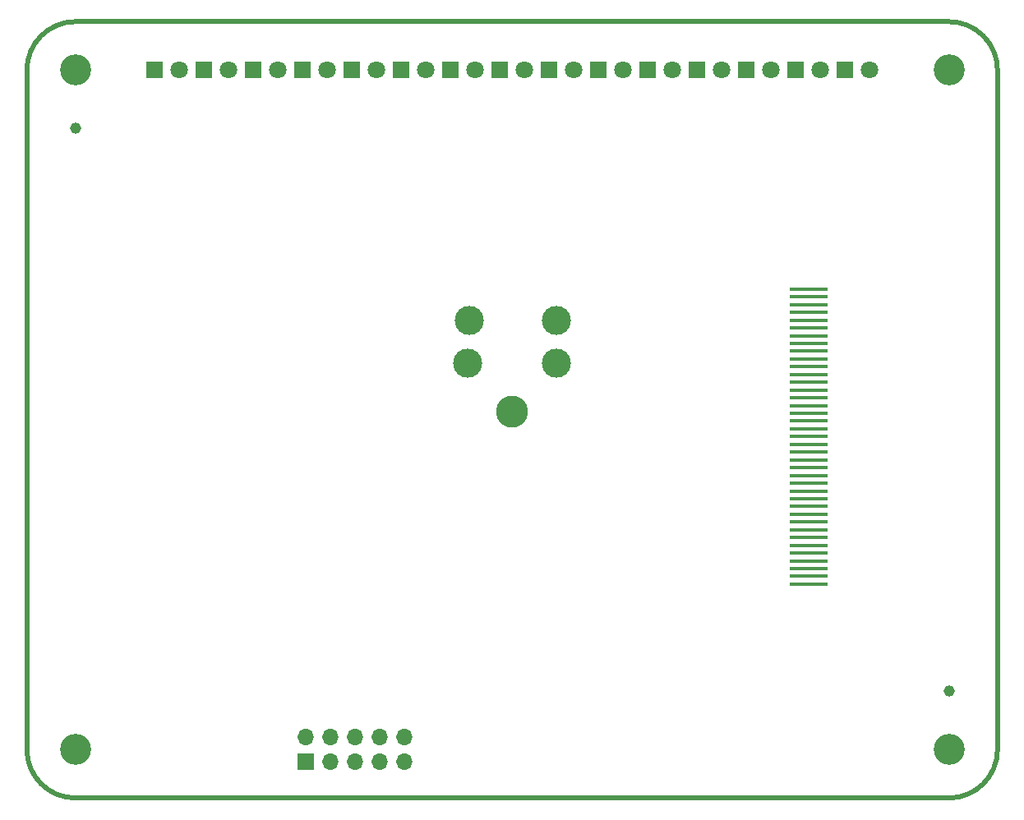
<source format=gbr>
G04 #@! TF.GenerationSoftware,KiCad,Pcbnew,(5.1.8)-1*
G04 #@! TF.CreationDate,2021-01-06T22:06:37-05:00*
G04 #@! TF.ProjectId,CANDash 2,43414e44-6173-4682-9032-2e6b69636164,2A*
G04 #@! TF.SameCoordinates,Original*
G04 #@! TF.FileFunction,Soldermask,Bot*
G04 #@! TF.FilePolarity,Negative*
%FSLAX46Y46*%
G04 Gerber Fmt 4.6, Leading zero omitted, Abs format (unit mm)*
G04 Created by KiCad (PCBNEW (5.1.8)-1) date 2021-01-06 22:06:37*
%MOMM*%
%LPD*%
G01*
G04 APERTURE LIST*
G04 #@! TA.AperFunction,Profile*
%ADD10C,0.508000*%
G04 #@! TD*
%ADD11R,4.000000X0.400000*%
%ADD12C,3.300000*%
%ADD13C,3.000000*%
%ADD14C,3.200000*%
%ADD15O,1.700000X1.700000*%
%ADD16R,1.700000X1.700000*%
%ADD17C,1.152000*%
%ADD18R,1.800000X1.800000*%
%ADD19C,1.800000*%
G04 APERTURE END LIST*
D10*
X105000000Y-65000000D02*
X195000000Y-65000000D01*
X200000000Y-70000000D02*
X200000000Y-140000000D01*
X200000000Y-70000000D02*
G75*
G03*
X195000000Y-65000000I-5000000J0D01*
G01*
X100000000Y-70000000D02*
X100000000Y-140000000D01*
X105000000Y-65000000D02*
G75*
G03*
X100000000Y-70000000I0J-5000000D01*
G01*
X195000000Y-145000000D02*
X105000000Y-145000000D01*
X195000000Y-145000000D02*
G75*
G03*
X200000000Y-140000000I0J5000000D01*
G01*
X100000000Y-140000000D02*
G75*
G03*
X105000000Y-145000000I5000000J0D01*
G01*
D11*
X180510000Y-122960000D03*
X180510000Y-122160000D03*
X180510000Y-121360000D03*
X180510000Y-120560000D03*
X180510000Y-119760000D03*
X180510000Y-118960000D03*
X180510000Y-118160000D03*
X180510000Y-117360000D03*
X180510000Y-116560000D03*
X180510000Y-115760000D03*
X180510000Y-114960000D03*
X180510000Y-114160000D03*
X180510000Y-113360000D03*
X180510000Y-112560000D03*
X180510000Y-111760000D03*
X180510000Y-110960000D03*
X180510000Y-110160000D03*
X180510000Y-109360000D03*
X180510000Y-108560000D03*
X180510000Y-107760000D03*
X180510000Y-106960000D03*
X180510000Y-106160000D03*
X180510000Y-105360000D03*
X180510000Y-104560000D03*
X180510000Y-103760000D03*
X180510000Y-102960000D03*
X180510000Y-102160000D03*
X180510000Y-101360000D03*
X180510000Y-100560000D03*
X180510000Y-99760000D03*
X180510000Y-98960000D03*
X180510000Y-98160000D03*
X180510000Y-97360000D03*
X180510000Y-96560000D03*
X180510000Y-95760000D03*
X180510000Y-94960000D03*
X180510000Y-94160000D03*
X180510000Y-93360000D03*
X180510000Y-92560000D03*
D12*
X150000000Y-105180000D03*
D13*
X145550000Y-95790000D03*
X145450000Y-100210000D03*
X154550000Y-100210000D03*
X154550000Y-95790000D03*
D14*
X195000000Y-140000000D03*
X105000000Y-140000000D03*
X195000000Y-70000000D03*
X105000000Y-70000000D03*
D15*
X138860000Y-138730000D03*
X138860000Y-141270000D03*
X136320000Y-138730000D03*
X136320000Y-141270000D03*
X133780000Y-138730000D03*
X133780000Y-141270000D03*
X131240000Y-138730000D03*
X131240000Y-141270000D03*
X128700000Y-138730000D03*
D16*
X128700000Y-141270000D03*
D17*
X195000000Y-134000000D03*
X105000000Y-76000000D03*
D18*
X113170000Y-70000000D03*
D19*
X115710000Y-70000000D03*
D18*
X118250000Y-70000000D03*
D19*
X120790000Y-70000000D03*
D18*
X123330000Y-70000000D03*
D19*
X125870000Y-70000000D03*
D18*
X128410000Y-70000000D03*
D19*
X130950000Y-70000000D03*
D18*
X133490000Y-70000000D03*
D19*
X136030000Y-70000000D03*
D18*
X138570000Y-70000000D03*
D19*
X141110000Y-70000000D03*
D18*
X143650000Y-70000000D03*
D19*
X146190000Y-70000000D03*
D18*
X148730000Y-70000000D03*
D19*
X151270000Y-70000000D03*
D18*
X153810000Y-70000000D03*
D19*
X156350000Y-70000000D03*
D18*
X158890000Y-70000000D03*
D19*
X161430000Y-70000000D03*
D18*
X163970000Y-70000000D03*
D19*
X166510000Y-70000000D03*
D18*
X169050000Y-70000000D03*
D19*
X171590000Y-70000000D03*
D18*
X174130000Y-70000000D03*
D19*
X176670000Y-70000000D03*
D18*
X179210000Y-70000000D03*
D19*
X181750000Y-70000000D03*
D18*
X184290000Y-70000000D03*
D19*
X186830000Y-70000000D03*
M02*

</source>
